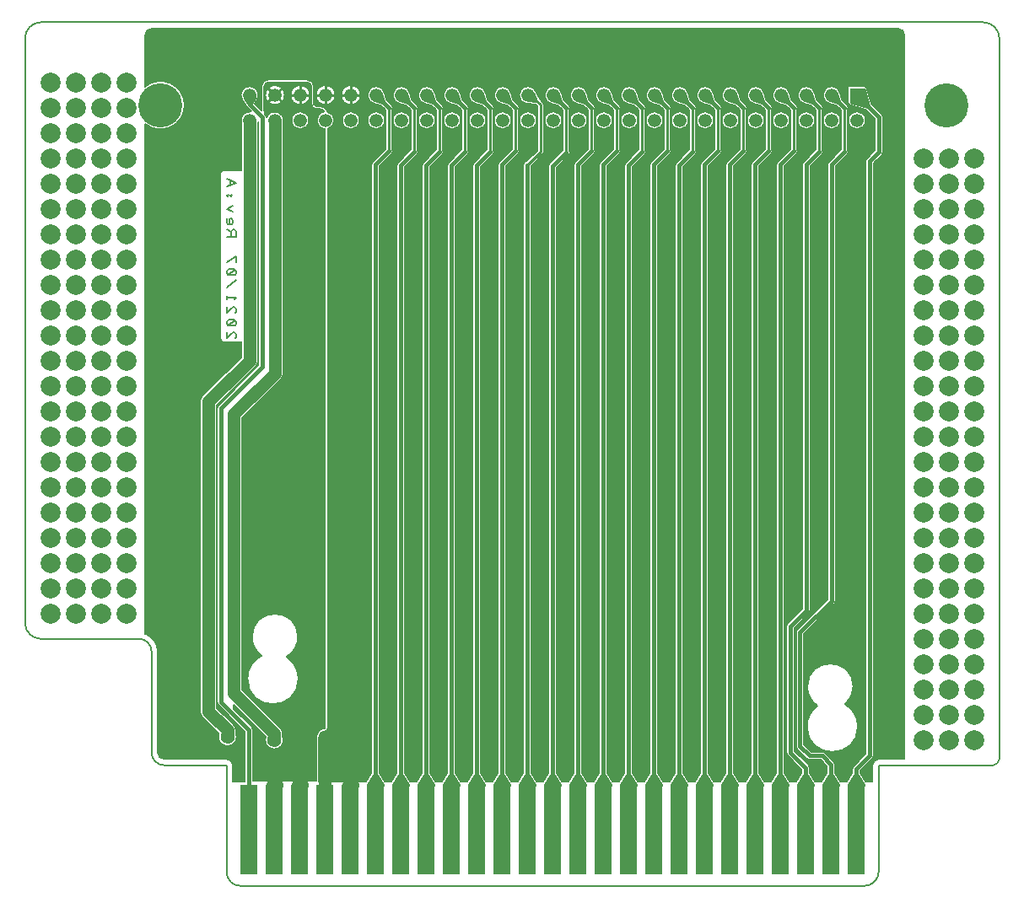
<source format=gbr>
G04 DesignSpark PCB PRO Gerber Version 10.0 Build 5299*
G04 #@! TF.Part,Single*
G04 #@! TF.FileFunction,Copper,L2,Bot*
G04 #@! TF.FilePolarity,Positive*
%FSLAX35Y35*%
%MOIN*%
G04 #@! TA.AperFunction,SMDPad,CuDef*
%ADD94R,0.06693X0.35433*%
G04 #@! TA.AperFunction,ComponentPad*
%ADD120R,0.05250X0.05250*%
G04 #@! TD.AperFunction*
%ADD23C,0.00500*%
%ADD86C,0.01000*%
%ADD89C,0.01500*%
G04 #@! TA.AperFunction,ViaPad*
%ADD92C,0.03200*%
G04 #@! TD.AperFunction*
%ADD88C,0.05000*%
G04 #@! TA.AperFunction,ComponentPad*
%ADD121C,0.05250*%
G04 #@! TA.AperFunction,ViaPad*
%ADD119C,0.05600*%
G04 #@! TA.AperFunction,WasherPad*
%ADD93C,0.07874*%
G04 #@! TA.AperFunction,ComponentPad*
%ADD122C,0.17400*%
G04 #@! TD.AperFunction*
X0Y0D02*
D02*
D23*
X104985Y310815D02*
Y109244D01*
G75*
G02*
X109953Y102207I-2500J-7038D01*
G01*
Y62207D01*
G75*
G03*
X112485Y59675I2531J0D01*
G01*
X137170D01*
G75*
G02*
X139638Y57207I0J-2469D01*
G01*
Y50845D01*
X144386D01*
Y70539D01*
X133854Y81072D01*
G75*
G02*
X133382Y82207I1131J1135D01*
G01*
Y198457D01*
G75*
G02*
X133854Y199592I1602J0D01*
G01*
X149632Y215370D01*
Y311465D01*
G75*
G02*
X149587Y311282I-3398J741D01*
G01*
Y217207D01*
G75*
G02*
X148602Y214833I-3352J0D01*
G01*
X133337Y199568D01*
Y79845D01*
X139852Y73330D01*
G75*
G02*
X140837Y70957I-2368J-2373D01*
G01*
Y69911D01*
G75*
G02*
X141139Y68457I-3353J-1455D01*
G01*
G75*
G02*
X133830I-3654J0D01*
G01*
G75*
G02*
X134036Y69665I3654J0D01*
G01*
X127617Y76083D01*
G75*
G02*
X126632Y78457I2368J2373D01*
G01*
Y200957D01*
G75*
G02*
X127617Y203330I3352J0D01*
G01*
X142882Y218595D01*
Y224522D01*
G75*
G02*
X142485Y224457I-398J1185D01*
G01*
X135985D01*
G75*
G02*
X134735Y225707I0J1250D01*
G01*
Y291207D01*
G75*
G02*
X135985Y292457I1250J0D01*
G01*
X142485D01*
G75*
G02*
X142882Y292392I0J-1250D01*
G01*
Y311282D01*
G75*
G02*
X146785Y315641I3352J925D01*
G01*
X145111Y317314D01*
G75*
G02*
X144847Y317656I1124J1143D01*
G01*
X143246Y320428D01*
G75*
G02*
X146235Y325684I2989J1778D01*
G01*
G75*
G02*
X149223Y320428I-1J-3478D01*
G01*
X148237Y318720D01*
X150957Y316001D01*
Y325635D01*
G75*
G02*
X153630Y328309I2673J0D01*
G01*
X168860D01*
G75*
G02*
X171758Y325413I0J-2897D01*
G01*
Y318548D01*
G75*
G03*
X172528Y317778I770J0D01*
G01*
X174024D01*
G75*
G02*
X176730Y316193I1J-3099D01*
G01*
G75*
G02*
X176871Y315653I-961J-540D01*
G01*
G75*
G02*
X176870Y315626I-1104J2D01*
G01*
G75*
G02*
X177119Y308844I-636J-3419D01*
G01*
G75*
G02*
X177124Y308736I-1100J-106D01*
G01*
Y71809D01*
G75*
G02*
X176021Y70706I-1103J0D01*
G01*
G75*
G03*
X174436Y70053I0J-2248D01*
G01*
G75*
G02*
X174431Y70047I-1256J1161D01*
G01*
X174398Y70014D01*
G75*
G02*
X174393Y70009I-698J746D01*
G01*
G75*
G03*
X173739Y68424I1594J-1585D01*
G01*
Y50957D01*
G75*
G02*
X173733Y50845I-1103J-2D01*
G01*
X192415D01*
X194386Y54259D01*
Y294707D01*
G75*
G02*
X194857Y295842I1602J0D01*
G01*
X199882Y300867D01*
Y316293D01*
X198056Y318119D01*
X195392Y318833D01*
G75*
G02*
X196235Y325684I843J3374D01*
G01*
G75*
G02*
X199609Y323049I0J-3478D01*
G01*
X200322Y320385D01*
X202368Y318340D01*
G75*
G02*
X202587Y316347I-1133J-1133D01*
G01*
Y300812D01*
G75*
G02*
X202368Y298820I-1352J-859D01*
G01*
X197591Y294043D01*
Y54259D01*
X199562Y50845D01*
X202415D01*
X204386Y54259D01*
Y294461D01*
G75*
G02*
X204857Y295596I1602J0D01*
G01*
X209882Y300620D01*
Y316293D01*
X208056Y318119D01*
X205392Y318833D01*
G75*
G02*
X206235Y325684I843J3374D01*
G01*
G75*
G02*
X209609Y323049I0J-3478D01*
G01*
X210322Y320385D01*
X212368Y318340D01*
G75*
G02*
X212587Y316347I-1133J-1133D01*
G01*
Y300566D01*
G75*
G02*
X212368Y298574I-1352J-859D01*
G01*
X207591Y293797D01*
Y54259D01*
X209562Y50845D01*
X212415D01*
X214386Y54259D01*
Y294461D01*
G75*
G02*
X214857Y295596I1602J0D01*
G01*
X219882Y300620D01*
Y316293D01*
X218056Y318119D01*
X215392Y318833D01*
G75*
G02*
X216235Y325684I843J3374D01*
G01*
G75*
G02*
X219609Y323049I0J-3478D01*
G01*
X220322Y320385D01*
X222368Y318340D01*
G75*
G02*
X222587Y316347I-1133J-1133D01*
G01*
Y300566D01*
G75*
G02*
X222368Y298574I-1352J-859D01*
G01*
X217591Y293797D01*
Y54259D01*
X219562Y50845D01*
X222415D01*
X224386Y54259D01*
Y294461D01*
G75*
G02*
X224857Y295596I1602J0D01*
G01*
X229882Y300620D01*
Y316293D01*
X228056Y318119D01*
X225392Y318833D01*
G75*
G02*
X226235Y325684I843J3374D01*
G01*
G75*
G02*
X229609Y323049I0J-3478D01*
G01*
X230322Y320385D01*
X232368Y318340D01*
G75*
G02*
X232587Y316347I-1133J-1133D01*
G01*
Y300566D01*
G75*
G02*
X232368Y298574I-1352J-859D01*
G01*
X227591Y293797D01*
Y54259D01*
X229562Y50845D01*
X232415D01*
X234386Y54259D01*
Y294461D01*
G75*
G02*
X234857Y295596I1602J0D01*
G01*
X239882Y300620D01*
Y316293D01*
X238056Y318119D01*
X235392Y318833D01*
G75*
G02*
X236235Y325684I843J3374D01*
G01*
G75*
G02*
X239609Y323049I0J-3478D01*
G01*
X240322Y320385D01*
X242368Y318340D01*
G75*
G02*
X242587Y316347I-1133J-1133D01*
G01*
Y300566D01*
G75*
G02*
X242368Y298574I-1352J-859D01*
G01*
X237591Y293797D01*
Y54259D01*
X239562Y50845D01*
X242415D01*
X244386Y54259D01*
Y294707D01*
G75*
G02*
X244857Y295842I1602J0D01*
G01*
X249882Y300867D01*
Y316293D01*
X248056Y318119D01*
X245392Y318833D01*
G75*
G02*
X246235Y325684I843J3374D01*
G01*
G75*
G02*
X249609Y323049I0J-3478D01*
G01*
X250322Y320385D01*
X252368Y318340D01*
G75*
G02*
X252587Y316347I-1133J-1133D01*
G01*
Y300812D01*
G75*
G02*
X252368Y298820I-1352J-859D01*
G01*
X247591Y294043D01*
Y54259D01*
X249562Y50845D01*
X252415D01*
X254386Y54259D01*
Y294558D01*
G75*
G02*
X255640Y296122I1602J0D01*
G01*
X259786Y300267D01*
Y317896D01*
X259163Y318519D01*
X256051Y318734D01*
G75*
G02*
X256235Y325684I184J3473D01*
G01*
G75*
G02*
X259382Y323685I0J-3478D01*
G01*
X260876Y320631D01*
X262094Y319413D01*
G75*
G02*
X262491Y318457I-956J-956D01*
G01*
Y299707D01*
G75*
G02*
X262094Y298750I-1352J0D01*
G01*
X257591Y294248D01*
Y54259D01*
X259562Y50845D01*
X262415D01*
X264386Y54259D01*
Y294215D01*
G75*
G02*
X264857Y295350I1602J0D01*
G01*
X269882Y300374D01*
Y316293D01*
X268056Y318119D01*
X265392Y318833D01*
G75*
G02*
X266235Y325684I843J3374D01*
G01*
G75*
G02*
X269609Y323049I0J-3478D01*
G01*
X270322Y320385D01*
X272368Y318340D01*
G75*
G02*
X272587Y316347I-1133J-1133D01*
G01*
Y300320D01*
G75*
G02*
X272368Y298328I-1352J-859D01*
G01*
X267591Y293551D01*
Y54259D01*
X269562Y50845D01*
X272415D01*
X274386Y54259D01*
Y294707D01*
G75*
G02*
X274857Y295842I1602J0D01*
G01*
X279882Y300867D01*
Y316293D01*
X278056Y318119D01*
X275392Y318833D01*
G75*
G02*
X276235Y325684I843J3374D01*
G01*
G75*
G02*
X279609Y323049I0J-3478D01*
G01*
X280322Y320385D01*
X282368Y318340D01*
G75*
G02*
X282587Y316347I-1133J-1133D01*
G01*
Y300812D01*
G75*
G02*
X282368Y298820I-1352J-859D01*
G01*
X277591Y294043D01*
Y54259D01*
X279562Y50845D01*
X282415D01*
X284386Y54259D01*
Y294707D01*
G75*
G02*
X284857Y295842I1602J0D01*
G01*
X289882Y300867D01*
Y316293D01*
X288056Y318119D01*
X285392Y318833D01*
G75*
G02*
X286235Y325684I843J3374D01*
G01*
G75*
G02*
X289609Y323049I0J-3478D01*
G01*
X290322Y320385D01*
X292368Y318340D01*
G75*
G02*
X292587Y316347I-1133J-1133D01*
G01*
Y300812D01*
G75*
G02*
X292368Y298820I-1352J-859D01*
G01*
X287591Y294043D01*
Y54259D01*
X289562Y50845D01*
X292415D01*
X294386Y54259D01*
Y294461D01*
G75*
G02*
X294857Y295596I1602J0D01*
G01*
X299882Y300620D01*
Y316293D01*
X298056Y318119D01*
X295392Y318833D01*
G75*
G02*
X296235Y325684I843J3374D01*
G01*
G75*
G02*
X299609Y323049I0J-3478D01*
G01*
X300322Y320385D01*
X302368Y318340D01*
G75*
G02*
X302587Y316347I-1133J-1133D01*
G01*
Y300566D01*
G75*
G02*
X302368Y298574I-1352J-859D01*
G01*
X297591Y293797D01*
Y54259D01*
X299562Y50845D01*
X302415D01*
X304386Y54259D01*
Y294707D01*
G75*
G02*
X304857Y295842I1602J0D01*
G01*
X309882Y300867D01*
Y316293D01*
X308056Y318119D01*
X305392Y318833D01*
G75*
G02*
X306235Y325684I843J3374D01*
G01*
G75*
G02*
X309609Y323049I0J-3478D01*
G01*
X310322Y320385D01*
X312368Y318340D01*
G75*
G02*
X312587Y316347I-1133J-1133D01*
G01*
Y300812D01*
G75*
G02*
X312368Y298820I-1352J-859D01*
G01*
X307591Y294043D01*
Y54259D01*
X309562Y50845D01*
X312415D01*
X314386Y54259D01*
Y294461D01*
G75*
G02*
X314857Y295596I1602J0D01*
G01*
X319882Y300620D01*
Y316293D01*
X318056Y318119D01*
X315392Y318833D01*
G75*
G02*
X316235Y325684I843J3374D01*
G01*
G75*
G02*
X319609Y323049I0J-3478D01*
G01*
X320322Y320385D01*
X322368Y318340D01*
G75*
G02*
X322587Y316347I-1133J-1133D01*
G01*
Y300566D01*
G75*
G02*
X322368Y298574I-1352J-859D01*
G01*
X317591Y293797D01*
Y54259D01*
X319562Y50845D01*
X322415D01*
X324386Y54259D01*
Y294707D01*
G75*
G02*
X324857Y295842I1602J0D01*
G01*
X329882Y300867D01*
Y316293D01*
X328056Y318119D01*
X325392Y318833D01*
G75*
G02*
X326235Y325684I843J3374D01*
G01*
G75*
G02*
X329609Y323049I0J-3478D01*
G01*
X330322Y320385D01*
X332368Y318340D01*
G75*
G02*
X332587Y316347I-1133J-1133D01*
G01*
Y300812D01*
G75*
G02*
X332368Y298820I-1352J-859D01*
G01*
X327591Y294043D01*
Y54259D01*
X329562Y50845D01*
X332415D01*
X334386Y54259D01*
Y294707D01*
G75*
G02*
X334857Y295842I1602J0D01*
G01*
X339882Y300867D01*
Y316293D01*
X338056Y318119D01*
X335392Y318833D01*
G75*
G02*
X336235Y325684I843J3374D01*
G01*
G75*
G02*
X339609Y323049I0J-3478D01*
G01*
X340322Y320385D01*
X342368Y318340D01*
G75*
G02*
X342587Y316347I-1133J-1133D01*
G01*
Y300812D01*
G75*
G02*
X342368Y298820I-1352J-859D01*
G01*
X337591Y294043D01*
Y54259D01*
X339562Y50845D01*
X342415D01*
X344386Y54259D01*
Y294707D01*
G75*
G02*
X344857Y295842I1602J0D01*
G01*
X349882Y300867D01*
Y316293D01*
X348056Y318119D01*
X345392Y318833D01*
G75*
G02*
X346235Y325684I843J3374D01*
G01*
G75*
G02*
X349609Y323049I0J-3478D01*
G01*
X350322Y320385D01*
X352368Y318340D01*
G75*
G02*
X352587Y316347I-1133J-1133D01*
G01*
Y300812D01*
G75*
G02*
X352368Y298820I-1352J-859D01*
G01*
X347591Y294043D01*
Y54259D01*
X349562Y50845D01*
X352415D01*
X354386Y54259D01*
Y294707D01*
G75*
G02*
X354857Y295842I1602J0D01*
G01*
X359882Y300867D01*
Y316293D01*
X358056Y318119D01*
X355392Y318833D01*
G75*
G02*
X356235Y325684I843J3374D01*
G01*
G75*
G02*
X359609Y323049I0J-3478D01*
G01*
X360322Y320385D01*
X362368Y318340D01*
G75*
G02*
X362587Y316347I-1133J-1133D01*
G01*
Y300812D01*
G75*
G02*
X362368Y298820I-1352J-859D01*
G01*
X357591Y294043D01*
Y54259D01*
X359562Y50845D01*
X362415D01*
X364386Y54259D01*
Y55539D01*
X358854Y61072D01*
G75*
G02*
X358382Y62207I1131J1135D01*
G01*
Y112207D01*
G75*
G02*
X358854Y113342I1602J0D01*
G01*
X364632Y119120D01*
Y294707D01*
G75*
G02*
X365104Y295842I1602J0D01*
G01*
X369882Y300620D01*
Y316293D01*
X368056Y318119D01*
X365392Y318833D01*
G75*
G02*
X366235Y325684I843J3374D01*
G01*
G75*
G02*
X369609Y323049I0J-3478D01*
G01*
X370322Y320385D01*
X372368Y318340D01*
G75*
G02*
X372587Y316347I-1133J-1133D01*
G01*
Y300566D01*
G75*
G02*
X372368Y298574I-1352J-859D01*
G01*
X367837Y294043D01*
Y118457D01*
G75*
G02*
X367366Y117322I-1602J0D01*
G01*
X361587Y111543D01*
Y62870D01*
X367120Y57338D01*
G75*
G02*
X367591Y56203I-1131J-1135D01*
G01*
Y54259D01*
X369562Y50845D01*
X372415D01*
X374386Y54259D01*
Y56789D01*
X371821Y59354D01*
X367488D01*
G75*
G02*
X366352Y59824I-3J1602D01*
G01*
X362602Y63574D01*
G75*
G02*
X362132Y64707I1133J1133D01*
G01*
G75*
G02*
Y64710I621J2D01*
G01*
Y109707D01*
G75*
G02*
X362604Y110842I1602J0D01*
G01*
X374632Y122870D01*
Y294707D01*
G75*
G02*
X375104Y295842I1602J0D01*
G01*
X379882Y300620D01*
Y316293D01*
X378056Y318119D01*
X375392Y318833D01*
G75*
G02*
X376235Y325684I843J3374D01*
G01*
G75*
G02*
X379609Y323049I0J-3478D01*
G01*
X380322Y320385D01*
X382368Y318340D01*
G75*
G02*
X382587Y316347I-1133J-1133D01*
G01*
Y300566D01*
G75*
G02*
X382368Y298574I-1352J-859D01*
G01*
X377837Y294043D01*
Y122207D01*
G75*
G02*
X377366Y121072I-1602J0D01*
G01*
X365337Y109043D01*
Y65370D01*
X368148Y62559D01*
X372485D01*
G75*
G02*
X373620Y62088I0J-1602D01*
G01*
X377120Y58588D01*
G75*
G02*
X377591Y57453I-1131J-1135D01*
G01*
Y54259D01*
X379562Y50845D01*
X382415D01*
X384386Y54259D01*
Y55711D01*
G75*
G02*
X384857Y56846I1602J0D01*
G01*
X389632Y61620D01*
Y295954D01*
G75*
G02*
Y295956I621J1D01*
G01*
G75*
G02*
Y295957I627J0D01*
G01*
G75*
G02*
X390102Y297090I1602J0D01*
G01*
X393382Y300370D01*
Y312793D01*
X389676Y316499D01*
X383945Y318034D01*
G75*
G02*
X383003Y318729I415J1548D01*
G01*
X382757D01*
Y325684D01*
X389712D01*
Y325439D01*
G75*
G02*
X390407Y324496I-853J-1357D01*
G01*
X391943Y318764D01*
X396116Y314592D01*
G75*
G02*
X396587Y313457I-1131J-1135D01*
G01*
Y299710D01*
G75*
G02*
Y299707I-621J-1D01*
G01*
G75*
G02*
X396118Y298574I-1602J-1D01*
G01*
X392837Y295293D01*
Y60957D01*
G75*
G02*
X392366Y59822I-1602J0D01*
G01*
X387591Y55047D01*
Y54259D01*
X389562Y50845D01*
X392339D01*
Y57207D01*
G75*
G02*
X394807Y59675I2469J0D01*
G01*
X404985D01*
Y345957D01*
G75*
G03*
X402485Y348457I-2500J0D01*
G01*
X107562D01*
G75*
G03*
X104985Y345880I0J-2577D01*
G01*
Y325599D01*
G75*
G02*
X120587Y318207I6050J-7392D01*
G01*
G75*
G02*
X104985Y310815I-9552J0D01*
G01*
X172359Y322207D02*
G75*
G02*
X180110I3875J0D01*
G01*
G75*
G02*
X172359I-3875J0D01*
G01*
X182359D02*
G75*
G02*
X190110I3875J0D01*
G01*
G75*
G02*
X182359I-3875J0D01*
G01*
X182757Y312207D02*
G75*
G02*
X189712I3478J0D01*
G01*
G75*
G02*
X182757I-3478J0D01*
G01*
X192757D02*
G75*
G02*
X199712I3478J0D01*
G01*
G75*
G02*
X192757I-3478J0D01*
G01*
X262757D02*
G75*
G02*
X269712I3478J0D01*
G01*
G75*
G02*
X262757I-3478J0D01*
G01*
X202757D02*
G75*
G02*
X209712I3478J0D01*
G01*
G75*
G02*
X202757I-3478J0D01*
G01*
X212757D02*
G75*
G02*
X219712I3478J0D01*
G01*
G75*
G02*
X212757I-3478J0D01*
G01*
X222757D02*
G75*
G02*
X229712I3478J0D01*
G01*
G75*
G02*
X222757I-3478J0D01*
G01*
X232757D02*
G75*
G02*
X239712I3478J0D01*
G01*
G75*
G02*
X232757I-3478J0D01*
G01*
X242757D02*
G75*
G02*
X249712I3478J0D01*
G01*
G75*
G02*
X242757I-3478J0D01*
G01*
X252757D02*
G75*
G02*
X259712I3478J0D01*
G01*
G75*
G02*
X252757I-3478J0D01*
G01*
X272757D02*
G75*
G02*
X279712I3478J0D01*
G01*
G75*
G02*
X272757I-3478J0D01*
G01*
X282757D02*
G75*
G02*
X289712I3478J0D01*
G01*
G75*
G02*
X282757I-3478J0D01*
G01*
X292757D02*
G75*
G02*
X299712I3478J0D01*
G01*
G75*
G02*
X292757I-3478J0D01*
G01*
X302757D02*
G75*
G02*
X309712I3478J0D01*
G01*
G75*
G02*
X302757I-3478J0D01*
G01*
X312757D02*
G75*
G02*
X319712I3478J0D01*
G01*
G75*
G02*
X312757I-3478J0D01*
G01*
X322757D02*
G75*
G02*
X329712I3478J0D01*
G01*
G75*
G02*
X322757I-3478J0D01*
G01*
X332757D02*
G75*
G02*
X339712I3478J0D01*
G01*
G75*
G02*
X332757I-3478J0D01*
G01*
X342757D02*
G75*
G02*
X349712I3478J0D01*
G01*
G75*
G02*
X342757I-3478J0D01*
G01*
X352757D02*
G75*
G02*
X359712I3478J0D01*
G01*
G75*
G02*
X352757I-3478J0D01*
G01*
X362757D02*
G75*
G02*
X369712I3478J0D01*
G01*
G75*
G02*
X362757I-3478J0D01*
G01*
X372757D02*
G75*
G02*
X379712I3478J0D01*
G01*
G75*
G02*
X372757I-3478J0D01*
G01*
X382757D02*
G75*
G02*
X389712I3478J0D01*
G01*
G75*
G02*
X382757I-3478J0D01*
G01*
X381574Y81322D02*
G75*
G02*
X386644Y72561I-5035J-8761D01*
G01*
G75*
G02*
X366435I-10104J0D01*
G01*
G75*
G02*
X370616Y80746I10104J0D01*
G01*
G75*
G02*
X366593Y88309I5098J7563D01*
G01*
G75*
G02*
X384833I9120J0D01*
G01*
G75*
G02*
X381574Y81322I-9120J0D01*
G01*
X109953Y62207D02*
G36*
X109953Y62207D02*
Y62206D01*
G75*
G03*
X112485Y59675I2531J0D01*
G01*
X137170D01*
G75*
G02*
X139638Y57207I0J-2468D01*
G01*
Y51095D01*
X144386D01*
Y70539D01*
X134982Y79943D01*
X133337D01*
Y79845D01*
X139852Y73330D01*
G75*
G02*
X140837Y70957I-2368J-2373D01*
G01*
Y69911D01*
G75*
G02*
X141139Y68457I-3357J-1456D01*
G01*
G75*
G02*
X133830I-3654J0D01*
G01*
G75*
G02*
Y68459I3759J1D01*
G01*
G75*
G02*
X134036Y69665I3641J0D01*
G01*
X127617Y76083D01*
G75*
G02*
X126632Y78457I2368J2373D01*
G01*
Y79943D01*
X109953D01*
Y62207D01*
G37*
X173739Y68424D02*
G36*
X173739Y68424D02*
Y51095D01*
X192559D01*
X194386Y54259D01*
Y79943D01*
X177124D01*
Y71809D01*
G75*
G02*
X176021Y70706I-1103J0D01*
G01*
G75*
G03*
X174436Y70053I0J-2248D01*
G01*
G75*
G02*
X174431Y70047I-39J31D01*
G01*
X174398Y70014D01*
G75*
G02*
X174393Y70009I-36J33D01*
G01*
G75*
G03*
X173739Y68425I1593J-1584D01*
G01*
Y68424D01*
G37*
X197591Y79943D02*
G36*
X197591Y79943D02*
Y54259D01*
X199418Y51095D01*
X202559D01*
X204386Y54259D01*
Y79943D01*
X197591D01*
G37*
X207591D02*
G36*
X207591Y79943D02*
Y54259D01*
X209418Y51095D01*
X212559D01*
X214386Y54259D01*
Y79943D01*
X207591D01*
G37*
X217591D02*
G36*
X217591Y79943D02*
Y54259D01*
X219418Y51095D01*
X222559D01*
X224386Y54259D01*
Y79943D01*
X217591D01*
G37*
X227591D02*
G36*
X227591Y79943D02*
Y54259D01*
X229418Y51095D01*
X232559D01*
X234386Y54259D01*
Y79943D01*
X227591D01*
G37*
X237591D02*
G36*
X237591Y79943D02*
Y54259D01*
X239418Y51095D01*
X242559D01*
X244386Y54259D01*
Y79943D01*
X237591D01*
G37*
X247591D02*
G36*
X247591Y79943D02*
Y54259D01*
X249418Y51095D01*
X252559D01*
X254386Y54259D01*
Y79943D01*
X247591D01*
G37*
X257591D02*
G36*
X257591Y79943D02*
Y54259D01*
X259418Y51095D01*
X262559D01*
X264386Y54259D01*
Y79943D01*
X257591D01*
G37*
X267591D02*
G36*
X267591Y79943D02*
Y54259D01*
X269418Y51095D01*
X272559D01*
X274386Y54259D01*
Y79943D01*
X267591D01*
G37*
X277591D02*
G36*
X277591Y79943D02*
Y54259D01*
X279418Y51095D01*
X282559D01*
X284386Y54259D01*
Y79943D01*
X277591D01*
G37*
X287591D02*
G36*
X287591Y79943D02*
Y54259D01*
X289418Y51095D01*
X292559D01*
X294386Y54259D01*
Y79943D01*
X287591D01*
G37*
X297591D02*
G36*
X297591Y79943D02*
Y54259D01*
X299418Y51095D01*
X302559D01*
X304386Y54259D01*
Y79943D01*
X297591D01*
G37*
X307591D02*
G36*
X307591Y79943D02*
Y54259D01*
X309418Y51095D01*
X312559D01*
X314386Y54259D01*
Y79943D01*
X307591D01*
G37*
X317591D02*
G36*
X317591Y79943D02*
Y54259D01*
X319418Y51095D01*
X322559D01*
X324386Y54259D01*
Y79943D01*
X317591D01*
G37*
X327591D02*
G36*
X327591Y79943D02*
Y54259D01*
X329418Y51095D01*
X332559D01*
X334386Y54259D01*
Y79943D01*
X327591D01*
G37*
X337591D02*
G36*
X337591Y79943D02*
Y54259D01*
X339418Y51095D01*
X342559D01*
X344386Y54259D01*
Y79943D01*
X337591D01*
G37*
X347591D02*
G36*
X347591Y79943D02*
Y54259D01*
X349418Y51095D01*
X352559D01*
X354386Y54259D01*
Y79943D01*
X347591D01*
G37*
X357591D02*
G36*
X357591Y79943D02*
Y54259D01*
X359418Y51095D01*
X362559D01*
X364386Y54259D01*
Y55539D01*
X358854Y61072D01*
G75*
G02*
X358382Y62206I1130J1135D01*
G01*
Y62207D01*
Y79943D01*
X357591D01*
G37*
X361587D02*
G36*
X361587Y79943D02*
Y62870D01*
X367120Y57338D01*
G75*
G02*
X367591Y56203I-1130J-1135D01*
G01*
Y56203D01*
Y54259D01*
X369418Y51095D01*
X372559D01*
X374386Y54259D01*
Y56789D01*
X371821Y59354D01*
X367488D01*
G75*
G02*
X366352Y59824I-4J1601D01*
G01*
X362602Y63574D01*
G75*
G02*
X362132Y64707I1133J1133D01*
G01*
Y64707D01*
Y64710D01*
Y79943D01*
X361587D01*
G37*
X365337D02*
G36*
X365337Y79943D02*
Y65370D01*
X368148Y62559D01*
X372485D01*
G75*
G02*
X373620Y62088I0J-1602D01*
G01*
X377120Y58588D01*
G75*
G02*
X377591Y57453I-1130J-1135D01*
G01*
Y57453D01*
Y54259D01*
X379418Y51095D01*
X382559D01*
X384386Y54259D01*
Y55711D01*
Y55711D01*
G75*
G02*
X384857Y56846I1602J0D01*
G01*
X389632Y61620D01*
Y79943D01*
X383439D01*
G75*
G02*
X386644Y72562I-6898J-7381D01*
G01*
G75*
G02*
Y72561I-15038J0D01*
G01*
G75*
G02*
X366435I-10104J0D01*
G01*
G75*
G02*
X369640Y79943I10105J0D01*
G01*
X365337D01*
G37*
X387591Y55047D02*
G36*
X387591Y55047D02*
Y54259D01*
X389418Y51095D01*
X392339D01*
Y57207D01*
G75*
G02*
X394807Y59675I2469J1D01*
G01*
X404735D01*
Y79943D01*
X392837D01*
Y60957D01*
Y60956D01*
G75*
G02*
X392366Y59822I-1602J0D01*
G01*
X387591Y55047D01*
G37*
X105235Y310617D02*
G36*
X105235Y310617D02*
Y109151D01*
G75*
G02*
X109953Y102207I-2750J-6944D01*
G01*
Y79943D01*
X126632D01*
Y200957D01*
G75*
G02*
X127617Y203330I3352J0D01*
G01*
X142882Y218595D01*
Y224522D01*
G75*
G02*
X142485Y224457I-400J1197D01*
G01*
X135985D01*
G75*
G02*
X134735Y225707I0J1250D01*
G01*
Y291207D01*
G75*
G02*
X135985Y292457I1250J0D01*
G01*
X142485D01*
G75*
G02*
X142882Y292392I-2J-1262D01*
G01*
Y311282D01*
G75*
G02*
X142757Y312207I3352J925D01*
G01*
X118467D01*
G75*
G02*
X105235Y310617I-7433J6000D01*
G01*
G37*
X133337Y199568D02*
G36*
X133337Y199568D02*
Y79943D01*
X134982D01*
X133854Y81072D01*
G75*
G02*
X133382Y82206I1130J1135D01*
G01*
Y82207D01*
Y198457D01*
Y198457D01*
G75*
G02*
X133854Y199592I1602J0D01*
G01*
X149632Y215370D01*
Y311465D01*
G75*
G02*
X149587Y311282I-3048J655D01*
G01*
Y217207D01*
G75*
G02*
X148602Y214833I-3352J0D01*
G01*
X133337Y199568D01*
G37*
X177124Y308736D02*
G36*
X177124Y308736D02*
Y79943D01*
X194386D01*
Y294707D01*
Y294707D01*
G75*
G02*
X194857Y295842I1602J0D01*
G01*
X199882Y300867D01*
Y312207D01*
X199712D01*
G75*
G02*
X192757I-3478J0D01*
G01*
X189712D01*
G75*
G02*
X182757I-3478J0D01*
G01*
X179712D01*
G75*
G02*
X177119Y308844I-3478J0D01*
G01*
G75*
G02*
X177124Y308740I-1053J-104D01*
G01*
G75*
G02*
Y308736I-1111J-2D01*
G01*
G37*
X197591Y294043D02*
G36*
X197591Y294043D02*
Y79943D01*
X204386D01*
Y294461D01*
Y294461D01*
G75*
G02*
X204857Y295596I1602J0D01*
G01*
X209882Y300620D01*
Y312207D01*
X209712D01*
G75*
G02*
X202757I-3478J0D01*
G01*
X202587D01*
Y300812D01*
G75*
G02*
X202837Y299953I-1352J-859D01*
G01*
G75*
G02*
X202368Y298820I-1602J0D01*
G01*
X197591Y294043D01*
G37*
X207591Y293797D02*
G36*
X207591Y293797D02*
Y79943D01*
X214386D01*
Y294461D01*
Y294461D01*
G75*
G02*
X214857Y295596I1602J0D01*
G01*
X219882Y300620D01*
Y312207D01*
X219712D01*
G75*
G02*
X212757I-3478J0D01*
G01*
X212587D01*
Y300566D01*
G75*
G02*
X212837Y299707I-1352J-859D01*
G01*
G75*
G02*
X212368Y298574I-1602J0D01*
G01*
X207591Y293797D01*
G37*
X217591D02*
G36*
X217591Y293797D02*
Y79943D01*
X224386D01*
Y294461D01*
Y294461D01*
G75*
G02*
X224857Y295596I1602J0D01*
G01*
X229882Y300620D01*
Y312207D01*
X229712D01*
G75*
G02*
X222757I-3478J0D01*
G01*
X222587D01*
Y300566D01*
G75*
G02*
X222837Y299707I-1352J-859D01*
G01*
G75*
G02*
X222368Y298574I-1602J0D01*
G01*
X217591Y293797D01*
G37*
X227591D02*
G36*
X227591Y293797D02*
Y79943D01*
X234386D01*
Y294461D01*
Y294461D01*
G75*
G02*
X234857Y295596I1602J0D01*
G01*
X239882Y300620D01*
Y312207D01*
X239712D01*
G75*
G02*
X232757I-3478J0D01*
G01*
X232587D01*
Y300566D01*
G75*
G02*
X232837Y299707I-1352J-859D01*
G01*
G75*
G02*
X232368Y298574I-1602J0D01*
G01*
X227591Y293797D01*
G37*
X237591D02*
G36*
X237591Y293797D02*
Y79943D01*
X244386D01*
Y294707D01*
Y294707D01*
G75*
G02*
X244857Y295842I1602J0D01*
G01*
X249882Y300867D01*
Y312207D01*
X249712D01*
G75*
G02*
X242757I-3478J0D01*
G01*
X242587D01*
Y300566D01*
G75*
G02*
X242837Y299707I-1352J-859D01*
G01*
G75*
G02*
X242368Y298574I-1602J0D01*
G01*
X237591Y293797D01*
G37*
X247591Y294043D02*
G36*
X247591Y294043D02*
Y79943D01*
X254386D01*
Y294558D01*
Y294558D01*
G75*
G02*
X255640Y296122I1602J0D01*
G01*
X259786Y300267D01*
Y312207D01*
X259712D01*
G75*
G02*
X252757I-3478J0D01*
G01*
X252587D01*
Y300812D01*
G75*
G02*
X252837Y299953I-1352J-859D01*
G01*
G75*
G02*
X252368Y298820I-1602J0D01*
G01*
X247591Y294043D01*
G37*
X257591Y294248D02*
G36*
X257591Y294248D02*
Y79943D01*
X264386D01*
Y294215D01*
Y294215D01*
G75*
G02*
X264857Y295350I1602J0D01*
G01*
X269882Y300374D01*
Y312207D01*
X269712D01*
G75*
G02*
X262757I-3478J0D01*
G01*
X262491D01*
Y299707D01*
G75*
G02*
Y299706I-1381J0D01*
G01*
G75*
G02*
X262094Y298750I-1350J0D01*
G01*
X257591Y294248D01*
G37*
X267591Y293551D02*
G36*
X267591Y293551D02*
Y79943D01*
X274386D01*
Y294707D01*
Y294707D01*
G75*
G02*
X274857Y295842I1602J0D01*
G01*
X279882Y300867D01*
Y312207D01*
X279712D01*
G75*
G02*
X272757I-3478J0D01*
G01*
X272587D01*
Y300320D01*
G75*
G02*
X272837Y299461I-1352J-859D01*
G01*
G75*
G02*
X272368Y298328I-1602J0D01*
G01*
X267591Y293551D01*
G37*
X277591Y294043D02*
G36*
X277591Y294043D02*
Y79943D01*
X284386D01*
Y294707D01*
Y294707D01*
G75*
G02*
X284857Y295842I1602J0D01*
G01*
X289882Y300867D01*
Y312207D01*
X289712D01*
G75*
G02*
X282757I-3478J0D01*
G01*
X282587D01*
Y300812D01*
G75*
G02*
X282837Y299953I-1352J-859D01*
G01*
G75*
G02*
X282368Y298820I-1602J0D01*
G01*
X277591Y294043D01*
G37*
X287591D02*
G36*
X287591Y294043D02*
Y79943D01*
X294386D01*
Y294461D01*
Y294461D01*
G75*
G02*
X294857Y295596I1602J0D01*
G01*
X299882Y300620D01*
Y312207D01*
X299712D01*
G75*
G02*
X292757I-3478J0D01*
G01*
X292587D01*
Y300812D01*
G75*
G02*
X292837Y299953I-1352J-859D01*
G01*
G75*
G02*
X292368Y298820I-1602J0D01*
G01*
X287591Y294043D01*
G37*
X297591Y293797D02*
G36*
X297591Y293797D02*
Y79943D01*
X304386D01*
Y294707D01*
Y294707D01*
G75*
G02*
X304857Y295842I1602J0D01*
G01*
X309882Y300867D01*
Y312207D01*
X309712D01*
G75*
G02*
X302757I-3478J0D01*
G01*
X302587D01*
Y300566D01*
G75*
G02*
X302837Y299707I-1352J-859D01*
G01*
G75*
G02*
X302368Y298574I-1602J0D01*
G01*
X297591Y293797D01*
G37*
X307591Y294043D02*
G36*
X307591Y294043D02*
Y79943D01*
X314386D01*
Y294461D01*
Y294461D01*
G75*
G02*
X314857Y295596I1602J0D01*
G01*
X319882Y300620D01*
Y312207D01*
X319712D01*
G75*
G02*
X312757I-3478J0D01*
G01*
X312587D01*
Y300812D01*
G75*
G02*
X312837Y299953I-1352J-859D01*
G01*
G75*
G02*
X312368Y298820I-1602J0D01*
G01*
X307591Y294043D01*
G37*
X317591Y293797D02*
G36*
X317591Y293797D02*
Y79943D01*
X324386D01*
Y294707D01*
Y294707D01*
G75*
G02*
X324857Y295842I1602J0D01*
G01*
X329882Y300867D01*
Y312207D01*
X329712D01*
G75*
G02*
X322757I-3478J0D01*
G01*
X322587D01*
Y300566D01*
G75*
G02*
X322837Y299707I-1352J-859D01*
G01*
G75*
G02*
X322368Y298574I-1602J0D01*
G01*
X317591Y293797D01*
G37*
X327591Y294043D02*
G36*
X327591Y294043D02*
Y79943D01*
X334386D01*
Y294707D01*
Y294707D01*
G75*
G02*
X334857Y295842I1602J0D01*
G01*
X339882Y300867D01*
Y312207D01*
X339712D01*
G75*
G02*
X332757I-3478J0D01*
G01*
X332587D01*
Y300812D01*
G75*
G02*
X332837Y299953I-1352J-859D01*
G01*
G75*
G02*
X332368Y298820I-1602J0D01*
G01*
X327591Y294043D01*
G37*
X337591D02*
G36*
X337591Y294043D02*
Y79943D01*
X344386D01*
Y294707D01*
Y294707D01*
G75*
G02*
X344857Y295842I1602J0D01*
G01*
X349882Y300867D01*
Y312207D01*
X349712D01*
G75*
G02*
X342757I-3478J0D01*
G01*
X342587D01*
Y300812D01*
G75*
G02*
X342837Y299953I-1352J-859D01*
G01*
G75*
G02*
X342368Y298820I-1602J0D01*
G01*
X337591Y294043D01*
G37*
X347591D02*
G36*
X347591Y294043D02*
Y79943D01*
X354386D01*
Y294707D01*
Y294707D01*
G75*
G02*
X354857Y295842I1602J0D01*
G01*
X359882Y300867D01*
Y312207D01*
X359712D01*
G75*
G02*
X352757I-3478J0D01*
G01*
X352587D01*
Y300812D01*
G75*
G02*
X352837Y299953I-1352J-859D01*
G01*
G75*
G02*
X352368Y298820I-1602J0D01*
G01*
X347591Y294043D01*
G37*
X357591D02*
G36*
X357591Y294043D02*
Y79943D01*
X358382D01*
Y112207D01*
Y112207D01*
G75*
G02*
X358854Y113342I1602J0D01*
G01*
X364632Y119120D01*
Y294707D01*
Y294707D01*
G75*
G02*
X365104Y295842I1602J0D01*
G01*
X369882Y300620D01*
Y312207D01*
X369712D01*
G75*
G02*
X362757I-3478J0D01*
G01*
X362587D01*
Y300812D01*
G75*
G02*
X362837Y299953I-1352J-859D01*
G01*
G75*
G02*
X362368Y298820I-1602J0D01*
G01*
X357591Y294043D01*
G37*
X361587Y111543D02*
G36*
X361587Y111543D02*
Y79943D01*
X362132D01*
Y109707D01*
Y109707D01*
G75*
G02*
X362604Y110842I1602J0D01*
G01*
X374632Y122870D01*
Y294707D01*
Y294707D01*
G75*
G02*
X375104Y295842I1602J0D01*
G01*
X379882Y300620D01*
Y312207D01*
X379712D01*
G75*
G02*
X372757I-3478J0D01*
G01*
X372587D01*
Y300566D01*
G75*
G02*
X372837Y299707I-1352J-859D01*
G01*
G75*
G02*
X372368Y298574I-1602J0D01*
G01*
X367837Y294043D01*
Y118457D01*
Y118456D01*
G75*
G02*
X367366Y117322I-1602J0D01*
G01*
X361587Y111543D01*
G37*
X365337Y109043D02*
G36*
X365337Y109043D02*
Y79943D01*
X369640D01*
G75*
G02*
X370616Y80746I6900J-7384D01*
G01*
G75*
G02*
X366593Y88309I5098J7563D01*
G01*
G75*
G02*
X384833I9120J0D01*
G01*
Y88309D01*
G75*
G02*
X381574Y81322I-9120J0D01*
G01*
G75*
G02*
X383439Y79943I-5034J-8760D01*
G01*
X389632D01*
Y295954D01*
Y295956D01*
Y295957D01*
G75*
G02*
X390102Y297090I1603J0D01*
G01*
X393382Y300370D01*
Y312207D01*
X389712D01*
G75*
G02*
X382757I-3478J0D01*
G01*
X382587D01*
Y300566D01*
G75*
G02*
X382837Y299707I-1352J-859D01*
G01*
G75*
G02*
X382368Y298574I-1602J0D01*
G01*
X377837Y294043D01*
Y122207D01*
Y122206D01*
G75*
G02*
X377366Y121072I-1602J0D01*
G01*
X365337Y109043D01*
G37*
X392837Y295293D02*
G36*
X392837Y295293D02*
Y79943D01*
X404735D01*
Y312207D01*
X396587D01*
Y299710D01*
Y299707D01*
Y299707D01*
G75*
G02*
X396118Y298574I-1603J0D01*
G01*
X392837Y295293D01*
G37*
X120587Y318207D02*
G36*
X120587Y318207D02*
G75*
G02*
X118467Y312207I-9552J0D01*
G01*
X142757D01*
G75*
G02*
X146785Y315641I3478J0D01*
G01*
X145111Y317314D01*
G75*
G02*
X144847Y317656I1123J1142D01*
G01*
X143246Y320428D01*
G75*
G02*
X142757Y322207I2989J1778D01*
G01*
X119709D01*
G75*
G02*
X120587Y318207I-8675J-4000D01*
G01*
G37*
X149223Y320428D02*
G36*
X149223Y320428D02*
X148237Y318720D01*
X150957Y316001D01*
Y322207D01*
X149712D01*
Y322206D01*
G75*
G02*
X149223Y320428I-3478J0D01*
G01*
G37*
X171758Y318548D02*
G36*
X171758Y318548D02*
G75*
G03*
X172528Y317778I770J0D01*
G01*
X174024D01*
G75*
G02*
X176730Y316193I1J-3099D01*
G01*
G75*
G02*
X176871Y315654I-956J-539D01*
G01*
G75*
G02*
Y315653I-1302J0D01*
G01*
G75*
G02*
Y315646I-449J-3D01*
G01*
G75*
G02*
X176870Y315626I-467J-1D01*
G01*
G75*
G02*
X179712Y312207I-636J-3419D01*
G01*
X182757D01*
G75*
G02*
X189712I3478J0D01*
G01*
X192757D01*
G75*
G02*
X199712I3478J0D01*
G01*
X199882D01*
Y316293D01*
X198056Y318119D01*
X195392Y318833D01*
G75*
G02*
X192757Y322207I843J3374D01*
G01*
X190110D01*
G75*
G02*
X182359I-3875J0D01*
G01*
X180110D01*
G75*
G02*
X172359I-3875J0D01*
G01*
X171758D01*
Y318548D01*
G37*
X199834Y322207D02*
G36*
X199834Y322207D02*
X200322Y320385D01*
X202368Y318340D01*
G75*
G02*
X202837Y317207I-1133J-1133D01*
G01*
G75*
G02*
X202587Y316347I-1602J0D01*
G01*
Y312207D01*
X202757D01*
G75*
G02*
X209712I3478J0D01*
G01*
X209882D01*
Y316293D01*
X208056Y318119D01*
X205392Y318833D01*
G75*
G02*
X202757Y322207I843J3374D01*
G01*
X199834D01*
G37*
X209834D02*
G36*
X209834Y322207D02*
X210322Y320385D01*
X212368Y318340D01*
G75*
G02*
X212837Y317207I-1133J-1133D01*
G01*
G75*
G02*
X212587Y316347I-1602J0D01*
G01*
Y312207D01*
X212757D01*
G75*
G02*
X219712I3478J0D01*
G01*
X219882D01*
Y316293D01*
X218056Y318119D01*
X215392Y318833D01*
G75*
G02*
X212757Y322207I843J3374D01*
G01*
X209834D01*
G37*
X219834D02*
G36*
X219834Y322207D02*
X220322Y320385D01*
X222368Y318340D01*
G75*
G02*
X222837Y317207I-1133J-1133D01*
G01*
G75*
G02*
X222587Y316347I-1602J0D01*
G01*
Y312207D01*
X222757D01*
G75*
G02*
X229712I3478J0D01*
G01*
X229882D01*
Y316293D01*
X228056Y318119D01*
X225392Y318833D01*
G75*
G02*
X222757Y322207I843J3374D01*
G01*
X219834D01*
G37*
X229834D02*
G36*
X229834Y322207D02*
X230322Y320385D01*
X232368Y318340D01*
G75*
G02*
X232837Y317207I-1133J-1133D01*
G01*
G75*
G02*
X232587Y316347I-1602J0D01*
G01*
Y312207D01*
X232757D01*
G75*
G02*
X239712I3478J0D01*
G01*
X239882D01*
Y316293D01*
X238056Y318119D01*
X235392Y318833D01*
G75*
G02*
X232757Y322207I843J3374D01*
G01*
X229834D01*
G37*
X239834D02*
G36*
X239834Y322207D02*
X240322Y320385D01*
X242368Y318340D01*
G75*
G02*
X242837Y317207I-1133J-1133D01*
G01*
G75*
G02*
X242587Y316347I-1602J0D01*
G01*
Y312207D01*
X242757D01*
G75*
G02*
X249712I3478J0D01*
G01*
X249882D01*
Y316293D01*
X248056Y318119D01*
X245392Y318833D01*
G75*
G02*
X242757Y322207I843J3374D01*
G01*
X239834D01*
G37*
X249834D02*
G36*
X249834Y322207D02*
X250322Y320385D01*
X252368Y318340D01*
G75*
G02*
X252837Y317207I-1133J-1133D01*
G01*
G75*
G02*
X252587Y316347I-1602J0D01*
G01*
Y312207D01*
X252757D01*
G75*
G02*
X259712I3478J0D01*
G01*
X259786D01*
Y317896D01*
X259163Y318519D01*
X256051Y318734D01*
G75*
G02*
X252757Y322207I184J3473D01*
G01*
X249834D01*
G37*
X260106D02*
G36*
X260106Y322207D02*
X260876Y320631D01*
X262094Y319413D01*
G75*
G02*
X262491Y318458I-954J-955D01*
G01*
G75*
G02*
Y318457I-1381J0D01*
G01*
Y312207D01*
X262757D01*
G75*
G02*
X269712I3478J0D01*
G01*
X269882D01*
Y316293D01*
X268056Y318119D01*
X265392Y318833D01*
G75*
G02*
X262757Y322207I843J3374D01*
G01*
X260106D01*
G37*
X269834D02*
G36*
X269834Y322207D02*
X270322Y320385D01*
X272368Y318340D01*
G75*
G02*
X272837Y317207I-1133J-1133D01*
G01*
G75*
G02*
X272587Y316347I-1602J0D01*
G01*
Y312207D01*
X272757D01*
G75*
G02*
X279712I3478J0D01*
G01*
X279882D01*
Y316293D01*
X278056Y318119D01*
X275392Y318833D01*
G75*
G02*
X272757Y322207I843J3374D01*
G01*
X269834D01*
G37*
X279834D02*
G36*
X279834Y322207D02*
X280322Y320385D01*
X282368Y318340D01*
G75*
G02*
X282837Y317207I-1133J-1133D01*
G01*
G75*
G02*
X282587Y316347I-1602J0D01*
G01*
Y312207D01*
X282757D01*
G75*
G02*
X289712I3478J0D01*
G01*
X289882D01*
Y316293D01*
X288056Y318119D01*
X285392Y318833D01*
G75*
G02*
X282757Y322207I843J3374D01*
G01*
X279834D01*
G37*
X289834D02*
G36*
X289834Y322207D02*
X290322Y320385D01*
X292368Y318340D01*
G75*
G02*
X292837Y317207I-1133J-1133D01*
G01*
G75*
G02*
X292587Y316347I-1602J0D01*
G01*
Y312207D01*
X292757D01*
G75*
G02*
X299712I3478J0D01*
G01*
X299882D01*
Y316293D01*
X298056Y318119D01*
X295392Y318833D01*
G75*
G02*
X292757Y322207I843J3374D01*
G01*
X289834D01*
G37*
X299834D02*
G36*
X299834Y322207D02*
X300322Y320385D01*
X302368Y318340D01*
G75*
G02*
X302837Y317207I-1133J-1133D01*
G01*
G75*
G02*
X302587Y316347I-1602J0D01*
G01*
Y312207D01*
X302757D01*
G75*
G02*
X309712I3478J0D01*
G01*
X309882D01*
Y316293D01*
X308056Y318119D01*
X305392Y318833D01*
G75*
G02*
X302757Y322207I843J3374D01*
G01*
X299834D01*
G37*
X309834D02*
G36*
X309834Y322207D02*
X310322Y320385D01*
X312368Y318340D01*
G75*
G02*
X312837Y317207I-1133J-1133D01*
G01*
G75*
G02*
X312587Y316347I-1602J0D01*
G01*
Y312207D01*
X312757D01*
G75*
G02*
X319712I3478J0D01*
G01*
X319882D01*
Y316293D01*
X318056Y318119D01*
X315392Y318833D01*
G75*
G02*
X312757Y322207I843J3374D01*
G01*
X309834D01*
G37*
X319834D02*
G36*
X319834Y322207D02*
X320322Y320385D01*
X322368Y318340D01*
G75*
G02*
X322837Y317207I-1133J-1133D01*
G01*
G75*
G02*
X322587Y316347I-1602J0D01*
G01*
Y312207D01*
X322757D01*
G75*
G02*
X329712I3478J0D01*
G01*
X329882D01*
Y316293D01*
X328056Y318119D01*
X325392Y318833D01*
G75*
G02*
X322757Y322207I843J3374D01*
G01*
X319834D01*
G37*
X329834D02*
G36*
X329834Y322207D02*
X330322Y320385D01*
X332368Y318340D01*
G75*
G02*
X332837Y317207I-1133J-1133D01*
G01*
G75*
G02*
X332587Y316347I-1602J0D01*
G01*
Y312207D01*
X332757D01*
G75*
G02*
X339712I3478J0D01*
G01*
X339882D01*
Y316293D01*
X338056Y318119D01*
X335392Y318833D01*
G75*
G02*
X332757Y322207I843J3374D01*
G01*
X329834D01*
G37*
X339834D02*
G36*
X339834Y322207D02*
X340322Y320385D01*
X342368Y318340D01*
G75*
G02*
X342837Y317207I-1133J-1133D01*
G01*
G75*
G02*
X342587Y316347I-1602J0D01*
G01*
Y312207D01*
X342757D01*
G75*
G02*
X349712I3478J0D01*
G01*
X349882D01*
Y316293D01*
X348056Y318119D01*
X345392Y318833D01*
G75*
G02*
X342757Y322207I843J3374D01*
G01*
X339834D01*
G37*
X349834D02*
G36*
X349834Y322207D02*
X350322Y320385D01*
X352368Y318340D01*
G75*
G02*
X352837Y317207I-1133J-1133D01*
G01*
G75*
G02*
X352587Y316347I-1602J0D01*
G01*
Y312207D01*
X352757D01*
G75*
G02*
X359712I3478J0D01*
G01*
X359882D01*
Y316293D01*
X358056Y318119D01*
X355392Y318833D01*
G75*
G02*
X352757Y322207I843J3374D01*
G01*
X349834D01*
G37*
X359834D02*
G36*
X359834Y322207D02*
X360322Y320385D01*
X362368Y318340D01*
G75*
G02*
X362837Y317207I-1133J-1133D01*
G01*
G75*
G02*
X362587Y316347I-1602J0D01*
G01*
Y312207D01*
X362757D01*
G75*
G02*
X369712I3478J0D01*
G01*
X369882D01*
Y316293D01*
X368056Y318119D01*
X365392Y318833D01*
G75*
G02*
X362757Y322207I843J3374D01*
G01*
X359834D01*
G37*
X369834D02*
G36*
X369834Y322207D02*
X370322Y320385D01*
X372368Y318340D01*
G75*
G02*
X372837Y317207I-1133J-1133D01*
G01*
G75*
G02*
X372587Y316347I-1602J0D01*
G01*
Y312207D01*
X372757D01*
G75*
G02*
X379712I3478J0D01*
G01*
X379882D01*
Y316293D01*
X378056Y318119D01*
X375392Y318833D01*
G75*
G02*
X372757Y322207I843J3374D01*
G01*
X369834D01*
G37*
X379834D02*
G36*
X379834Y322207D02*
X380322Y320385D01*
X382368Y318340D01*
G75*
G02*
X382837Y317207I-1133J-1133D01*
G01*
G75*
G02*
X382587Y316347I-1602J0D01*
G01*
Y312207D01*
X382757D01*
G75*
G02*
X389712I3478J0D01*
G01*
X393382D01*
Y312793D01*
X389676Y316499D01*
X383945Y318034D01*
G75*
G02*
X383003Y318729I415J1548D01*
G01*
X382757D01*
Y322207D01*
X379834D01*
G37*
X391021D02*
G36*
X391021Y322207D02*
X391943Y318764D01*
X396116Y314592D01*
G75*
G02*
X396587Y313457I-1130J-1135D01*
G01*
Y313457D01*
Y312207D01*
X404735D01*
Y322207D01*
X391021D01*
G37*
X105235Y346987D02*
G36*
X105235Y346987D02*
Y325796D01*
G75*
G02*
X119709Y322207I5800J-7590D01*
G01*
X142757D01*
G75*
G02*
X146235Y325684I3478J0D01*
G01*
G75*
G02*
X149712Y322207I0J-3478D01*
G01*
X150957D01*
Y325635D01*
G75*
G02*
X153630Y328309I2675J-1D01*
G01*
X168860D01*
G75*
G02*
X171758Y325413I0J-2898D01*
G01*
Y322207D01*
X172359D01*
G75*
G02*
X180110I3875J0D01*
G01*
X182359D01*
G75*
G02*
X190110I3875J0D01*
G01*
X192757D01*
G75*
G02*
X196235Y325684I3478J0D01*
G01*
G75*
G02*
X199609Y323049I0J-3477D01*
G01*
X199834Y322207D01*
X202757D01*
G75*
G02*
X206235Y325684I3478J0D01*
G01*
G75*
G02*
X209609Y323049I0J-3477D01*
G01*
X209834Y322207D01*
X212757D01*
G75*
G02*
X216235Y325684I3478J0D01*
G01*
G75*
G02*
X219609Y323049I0J-3477D01*
G01*
X219834Y322207D01*
X222757D01*
G75*
G02*
X226235Y325684I3478J0D01*
G01*
G75*
G02*
X229609Y323049I0J-3477D01*
G01*
X229834Y322207D01*
X232757D01*
G75*
G02*
X236235Y325684I3478J0D01*
G01*
G75*
G02*
X239609Y323049I0J-3477D01*
G01*
X239834Y322207D01*
X242757D01*
G75*
G02*
X246235Y325684I3478J0D01*
G01*
G75*
G02*
X249609Y323049I0J-3477D01*
G01*
X249834Y322207D01*
X252757D01*
G75*
G02*
X256235Y325684I3478J0D01*
G01*
G75*
G02*
X259382Y323685I0J-3477D01*
G01*
X260106Y322207D01*
X262757D01*
G75*
G02*
X266235Y325684I3478J0D01*
G01*
G75*
G02*
X269609Y323049I0J-3477D01*
G01*
X269834Y322207D01*
X272757D01*
G75*
G02*
X276235Y325684I3478J0D01*
G01*
G75*
G02*
X279609Y323049I0J-3477D01*
G01*
X279834Y322207D01*
X282757D01*
G75*
G02*
X286235Y325684I3478J0D01*
G01*
G75*
G02*
X289609Y323049I0J-3477D01*
G01*
X289834Y322207D01*
X292757D01*
G75*
G02*
X296235Y325684I3478J0D01*
G01*
G75*
G02*
X299609Y323049I0J-3477D01*
G01*
X299834Y322207D01*
X302757D01*
G75*
G02*
X306235Y325684I3478J0D01*
G01*
G75*
G02*
X309609Y323049I0J-3477D01*
G01*
X309834Y322207D01*
X312757D01*
G75*
G02*
X316235Y325684I3478J0D01*
G01*
G75*
G02*
X319609Y323049I0J-3477D01*
G01*
X319834Y322207D01*
X322757D01*
G75*
G02*
X326235Y325684I3478J0D01*
G01*
G75*
G02*
X329609Y323049I0J-3477D01*
G01*
X329834Y322207D01*
X332757D01*
G75*
G02*
X336235Y325684I3478J0D01*
G01*
G75*
G02*
X339609Y323049I0J-3477D01*
G01*
X339834Y322207D01*
X342757D01*
G75*
G02*
X346235Y325684I3478J0D01*
G01*
G75*
G02*
X349609Y323049I0J-3477D01*
G01*
X349834Y322207D01*
X352757D01*
G75*
G02*
X356235Y325684I3478J0D01*
G01*
G75*
G02*
X359609Y323049I0J-3477D01*
G01*
X359834Y322207D01*
X362757D01*
G75*
G02*
X366235Y325684I3478J0D01*
G01*
G75*
G02*
X369609Y323049I0J-3477D01*
G01*
X369834Y322207D01*
X372757D01*
G75*
G02*
X376235Y325684I3478J0D01*
G01*
G75*
G02*
X379609Y323049I0J-3477D01*
G01*
X379834Y322207D01*
X382757D01*
Y325684D01*
X389712D01*
Y325439D01*
G75*
G02*
X390407Y324496I-853J-1357D01*
G01*
X391021Y322207D01*
X404735D01*
Y347046D01*
G75*
G03*
X403574Y348207I-2250J-1090D01*
G01*
X106454D01*
G75*
G03*
X105235Y346987I1107J-2327D01*
G01*
G37*
X137172Y228457D02*
Y225957D01*
X139360Y228144D01*
X139985Y228457D01*
X140610Y228144D01*
X140922Y227519D01*
Y226582D01*
X140610Y225957D01*
X137485Y231269D02*
X137172Y231894D01*
Y232519D01*
X137485Y233144D01*
X138110Y233457D01*
X139985D01*
X140610Y233144D01*
X140922Y232519D01*
Y231894D01*
X140610Y231269D01*
X139985Y230957D01*
X138110D01*
X137485Y231269D01*
X140610Y233144D01*
X137172Y238457D02*
Y235957D01*
X139360Y238144D01*
X139985Y238457D01*
X140610Y238144D01*
X140922Y237519D01*
Y236582D01*
X140610Y235957D01*
X137172Y241582D02*
Y242832D01*
Y242207D02*
X140922D01*
X140297Y241582D01*
X137172Y245957D02*
X140922Y249082D01*
X137485Y251269D02*
X137172Y251894D01*
Y252519D01*
X137485Y253144D01*
X138110Y253457D01*
X139985D01*
X140610Y253144D01*
X140922Y252519D01*
Y251894D01*
X140610Y251269D01*
X139985Y250957D01*
X138110D01*
X137485Y251269D01*
X140610Y253144D01*
X137172Y255957D02*
X140922Y258457D01*
Y255957D01*
X137172Y265957D02*
X140922D01*
Y268144D01*
X140610Y268769D01*
X139985Y269082D01*
X139360Y268769D01*
X139047Y268144D01*
Y265957D01*
Y268144D02*
X137172Y269082D01*
X137485Y273457D02*
X137172Y273144D01*
Y272519D01*
Y271894D01*
X137485Y271269D01*
X138110Y270957D01*
X139047D01*
X139360Y271269D01*
X139672Y271894D01*
Y272519D01*
X139360Y273144D01*
X139047Y273457D01*
X138735D01*
X138422Y273144D01*
X138110Y272519D01*
Y271894D01*
X138422Y271269D01*
X138735Y270957D01*
X139672Y275957D02*
X137172Y277207D01*
X139672Y278457D01*
X137172Y282519D02*
X137485Y282832D01*
X137797Y282519D01*
X137485Y282207D01*
X137172Y282519D01*
X138735D02*
X139047Y282832D01*
X139360Y282519D01*
X139047Y282207D01*
X138735Y282519D01*
X137172Y285957D02*
X140922Y287519D01*
X137172Y289082D01*
X138735Y286582D02*
Y288457D01*
X139985Y80970D02*
Y79473D01*
X147120Y72338D01*
G75*
G02*
X147591Y71203I-1131J-1135D01*
G01*
Y50957D01*
X172636D01*
Y68396D01*
G75*
G02*
Y68424I3333J14D01*
G01*
G75*
G02*
X173618Y70794I3352J0D01*
G01*
X173651Y70827D01*
G75*
G02*
X176022Y71809I2370J-2370D01*
G01*
Y308736D01*
G75*
G02*
X175768Y315653I213J3471D01*
G01*
G75*
G03*
X174025Y316676I-1743J-974D01*
G01*
X172527D01*
G75*
G02*
X170655Y318548I0J1872D01*
G01*
Y325412D01*
G75*
G03*
X168860Y327207I-1795J0D01*
G01*
X153631D01*
G75*
G03*
X152059Y325635I0J-1572D01*
G01*
Y315957D01*
G75*
G03*
X152251Y314706I4176J0D01*
G01*
X152366Y314592D01*
G75*
G02*
X152835Y313533I-1131J-1135D01*
G01*
G75*
G03*
X152957Y313370I3404J2430D01*
G01*
G75*
G02*
X159587Y311282I3277J-1163D01*
G01*
Y212207D01*
G75*
G02*
X158602Y209833I-3352J0D01*
G01*
X143337Y194568D01*
Y87099D01*
X158356Y72080D01*
G75*
G02*
X159341Y69707I-2368J-2373D01*
G01*
Y68661D01*
G75*
G02*
X159643Y67207I-3353J-1455D01*
G01*
G75*
G02*
X152334I-3654J0D01*
G01*
G75*
G02*
X152540Y68415I3654J0D01*
G01*
X139985Y80970D01*
X162359Y322207D02*
G75*
G02*
X170110I3875J0D01*
G01*
G75*
G02*
X162359I-3875J0D01*
G01*
X162757Y312207D02*
G75*
G02*
X169712I3478J0D01*
G01*
G75*
G02*
X162757I-3478J0D01*
G01*
X152359Y322207D02*
G75*
G02*
X160110I3875J0D01*
G01*
G75*
G02*
X152359I-3875J0D01*
G01*
X160750Y100054D02*
G75*
G02*
X165542Y91459I-5313J-8595D01*
G01*
G75*
G02*
X145333I-10104J0D01*
G01*
G75*
G02*
X151009Y100541I10104J0D01*
G01*
G75*
G02*
X147144Y107994I5256J7454D01*
G01*
G75*
G02*
X165384I9120J0D01*
G01*
G75*
G02*
X160750Y100054I-9120J0D01*
G01*
X140235Y80720D02*
G36*
X140235Y80720D02*
Y79223D01*
X147120Y72338D01*
G75*
G02*
X147591Y71203I-1130J-1135D01*
G01*
Y71203D01*
Y51207D01*
X172636D01*
Y68396D01*
Y68424D01*
G75*
G02*
X173618Y70794I3351J1D01*
G01*
X173651Y70827D01*
G75*
G02*
X175772Y71800I2370J-2369D01*
G01*
Y99234D01*
X161890D01*
G75*
G02*
X165542Y91459I-6452J-7775D01*
G01*
Y91459D01*
G75*
G02*
X145333I-10104J0D01*
G01*
Y91459D01*
G75*
G02*
X148985Y99234I10104J0D01*
G01*
X143337D01*
Y87099D01*
X158356Y72080D01*
G75*
G02*
X159341Y69707I-2368J-2373D01*
G01*
Y68661D01*
G75*
G02*
X159643Y67207I-3357J-1456D01*
G01*
G75*
G02*
X152334I-3654J0D01*
G01*
G75*
G02*
Y67209I3759J1D01*
G01*
G75*
G02*
X152540Y68415I3641J0D01*
G01*
X140235Y80720D01*
G37*
X143337Y194568D02*
G36*
X143337Y194568D02*
Y99234D01*
X148985D01*
G75*
G02*
X151009Y100541I6452J-7776D01*
G01*
G75*
G02*
X147144Y107994I5256J7454D01*
G01*
G75*
G02*
X165384I9120J0D01*
G01*
G75*
G02*
X160750Y100054I-9120J0D01*
G01*
G75*
G02*
X161890Y99234I-5313J-8596D01*
G01*
X175772D01*
Y308760D01*
G75*
G02*
X172757Y312207I463J3446D01*
G01*
X169712D01*
G75*
G02*
X162757I-3478J0D01*
G01*
X159712D01*
G75*
G02*
X159587Y311282I-3478J0D01*
G01*
Y212207D01*
G75*
G02*
X158602Y209833I-3352J0D01*
G01*
X143337Y194568D01*
G37*
X152059Y322207D02*
G36*
X152059Y322207D02*
Y315957D01*
G75*
G03*
X152251Y314706I4194J3D01*
G01*
X152366Y314592D01*
G75*
G02*
X152835Y313533I-1128J-1133D01*
G01*
G75*
G03*
X152957Y313370I3358J2395D01*
G01*
G75*
G02*
X159712Y312207I3277J-1163D01*
G01*
X162757D01*
G75*
G02*
X169712I3478J0D01*
G01*
X172757D01*
G75*
G02*
X175768Y315653I3478J0D01*
G01*
G75*
G03*
X174025Y316676I-1743J-973D01*
G01*
X172527D01*
G75*
G02*
X170655Y318548I0J1872D01*
G01*
Y322207D01*
X170110D01*
G75*
G02*
X162359I-3875J0D01*
G01*
X160110D01*
G75*
G02*
X152359I-3875J0D01*
G01*
X152059D01*
G37*
Y325635D02*
G36*
X152059Y325635D02*
Y322207D01*
X152359D01*
G75*
G02*
X160110I3875J0D01*
G01*
X162359D01*
G75*
G02*
X170110I3875J0D01*
G01*
X170655D01*
Y325412D01*
Y325412D01*
G75*
G03*
X169774Y326957I-1794J0D01*
G01*
X152780D01*
G75*
G03*
X152059Y325635I850J-1321D01*
G01*
Y325635D01*
G37*
X142450Y9569D02*
G75*
G02*
X137170Y14849I0J5280D01*
G01*
Y57207D01*
X112485D01*
G75*
G02*
X107485Y62207I0J5000D01*
G01*
Y102207D01*
G75*
G03*
X102485Y107207I-5000J0D01*
G01*
X63735D01*
G75*
G02*
X57485Y113457I0J6250D01*
G01*
Y344707D01*
G75*
G02*
X63735Y350957I6250J0D01*
G01*
X436235D01*
G75*
G02*
X442485Y344707I0J-6250D01*
G01*
Y59707D01*
G75*
G02*
X439985Y57207I-2500J0D01*
G01*
X394807D01*
Y15066D01*
G75*
G02*
X389310Y9569I-5497J0D01*
G01*
X142450D01*
D02*
D86*
X154732Y320704D02*
X153318Y319290D01*
X154732Y323709D02*
X153318Y325124D01*
X157737Y320704D02*
X159152Y319290D01*
X157737Y323709D02*
X159152Y325124D01*
X164109Y322207D02*
X162109D01*
X166235Y320081D02*
Y318081D01*
Y324332D02*
Y326332D01*
X168360Y322207D02*
X170360D01*
X174109D02*
X172109D01*
X176235Y320081D02*
Y318081D01*
Y324332D02*
Y326332D01*
X178360Y322207D02*
X180360D01*
X184109D02*
X182109D01*
X186235Y320081D02*
Y318081D01*
Y324332D02*
Y326332D01*
X188360Y322207D02*
X190360D01*
X201235Y299953D02*
Y317207D01*
X211235D02*
Y299707D01*
X221235Y317207D02*
Y299707D01*
X231235Y317207D02*
Y299707D01*
X241235Y317207D02*
Y299707D01*
X251235Y299953D02*
Y317207D01*
X256235Y322207D02*
X257387D01*
X261137Y318457D01*
Y299707D01*
X255989Y294558D01*
X259760Y319834D02*
X256089Y320087D01*
G75*
G03*
X258143Y323140I146J2120D01*
G01*
X259760Y319834D01*
G36*
X259760Y319834D02*
X256089Y320087D01*
G75*
G03*
X258143Y323140I146J2120D01*
G01*
X259760Y319834D01*
G37*
X271235Y317207D02*
Y299461D01*
X281235Y299953D02*
Y317207D01*
X291235Y299953D02*
Y317207D01*
X301235D02*
Y299707D01*
X311235Y299953D02*
Y317207D01*
X321235D02*
Y299707D01*
X331235Y299953D02*
Y317207D01*
X341235Y299953D02*
Y317207D01*
X351235Y299953D02*
Y317207D01*
X361235Y299953D02*
Y317207D01*
X371235D02*
Y299707D01*
X381235D02*
Y317207D01*
D02*
D88*
X146235Y312207D02*
Y217207D01*
X129985Y200957D01*
Y78457D01*
X137485Y70957D01*
Y68457D01*
X155989Y50799D02*
X155142Y49333D01*
X156835D01*
X155989Y50799D01*
G36*
X155989Y50799D02*
X155142Y49333D01*
X156835D01*
X155989Y50799D01*
G37*
X156235Y312207D02*
Y212207D01*
X139985Y195957D01*
Y85711D01*
X155989Y69707D01*
Y67207D01*
X165989Y31616D02*
Y58457D01*
X155989D01*
Y31616D01*
X165989Y50799D02*
X165142Y49333D01*
X166835D01*
X165989Y50799D01*
G36*
X165989Y50799D02*
X165142Y49333D01*
X166835D01*
X165989Y50799D01*
G37*
X175989Y31616D02*
Y68424D01*
X176022Y68457D01*
X185989Y31616D02*
Y64953D01*
X182485Y68457D01*
X185989Y50799D02*
X185142Y49333D01*
X186835D01*
X185989Y50799D01*
G36*
X185989Y50799D02*
X185142Y49333D01*
X186835D01*
X185989Y50799D01*
G37*
D02*
D89*
X145989Y31616D02*
Y71203D01*
X134985Y82207D01*
Y198457D01*
X151235Y214707D01*
Y313457D01*
X146235Y318457D01*
Y322207D01*
Y318457D02*
X144611Y321269D01*
G75*
G03*
X147858I1624J937D01*
G01*
X146235Y318457D01*
G36*
X146235Y318457D02*
X144611Y321269D01*
G75*
G03*
X147858I1624J937D01*
G01*
X146235Y318457D01*
G37*
X195989Y31616D02*
Y294707D01*
X201235Y299953D01*
X195989Y53830D02*
X193392Y49333D01*
X198585D01*
X195989Y53830D01*
G36*
X195989Y53830D02*
X193392Y49333D01*
X198585D01*
X195989Y53830D01*
G37*
X198886Y319556D02*
X195750Y320396D01*
G75*
G03*
X198046Y322692I485J1811D01*
G01*
X198886Y319556D01*
G36*
X198886Y319556D02*
X195750Y320396D01*
G75*
G03*
X198046Y322692I485J1811D01*
G01*
X198886Y319556D01*
G37*
X201235Y317207D02*
X196235Y322207D01*
X205989Y53830D02*
X203392Y49333D01*
X208585D01*
X205989Y53830D01*
G36*
X205989Y53830D02*
X203392Y49333D01*
X208585D01*
X205989Y53830D01*
G37*
X206235Y322207D02*
X211235Y317207D01*
X208886Y319556D02*
X205750Y320396D01*
G75*
G03*
X208046Y322692I485J1811D01*
G01*
X208886Y319556D01*
G36*
X208886Y319556D02*
X205750Y320396D01*
G75*
G03*
X208046Y322692I485J1811D01*
G01*
X208886Y319556D01*
G37*
X211235Y299707D02*
X205989Y294461D01*
Y31616D01*
X215989Y53830D02*
X213392Y49333D01*
X218585D01*
X215989Y53830D01*
G36*
X215989Y53830D02*
X213392Y49333D01*
X218585D01*
X215989Y53830D01*
G37*
X216235Y322207D02*
X221235Y317207D01*
X218886Y319556D02*
X215750Y320396D01*
G75*
G03*
X218046Y322692I485J1811D01*
G01*
X218886Y319556D01*
G36*
X218886Y319556D02*
X215750Y320396D01*
G75*
G03*
X218046Y322692I485J1811D01*
G01*
X218886Y319556D01*
G37*
X221235Y299707D02*
X215989Y294461D01*
Y31616D01*
X225989Y53830D02*
X223392Y49333D01*
X228585D01*
X225989Y53830D01*
G36*
X225989Y53830D02*
X223392Y49333D01*
X228585D01*
X225989Y53830D01*
G37*
X226235Y322207D02*
X231235Y317207D01*
X228886Y319556D02*
X225750Y320396D01*
G75*
G03*
X228046Y322692I485J1811D01*
G01*
X228886Y319556D01*
G36*
X228886Y319556D02*
X225750Y320396D01*
G75*
G03*
X228046Y322692I485J1811D01*
G01*
X228886Y319556D01*
G37*
X231235Y299707D02*
X225989Y294461D01*
Y31616D01*
X235989Y53830D02*
X233392Y49333D01*
X238585D01*
X235989Y53830D01*
G36*
X235989Y53830D02*
X233392Y49333D01*
X238585D01*
X235989Y53830D01*
G37*
X236235Y322207D02*
X241235Y317207D01*
X238886Y319556D02*
X235750Y320396D01*
G75*
G03*
X238046Y322692I485J1811D01*
G01*
X238886Y319556D01*
G36*
X238886Y319556D02*
X235750Y320396D01*
G75*
G03*
X238046Y322692I485J1811D01*
G01*
X238886Y319556D01*
G37*
X241235Y299707D02*
X235989Y294461D01*
Y31616D01*
X245989D02*
Y294707D01*
X251235Y299953D01*
X245989Y53830D02*
X243392Y49333D01*
X248585D01*
X245989Y53830D01*
G36*
X245989Y53830D02*
X243392Y49333D01*
X248585D01*
X245989Y53830D01*
G37*
X248886Y319556D02*
X245750Y320396D01*
G75*
G03*
X248046Y322692I485J1811D01*
G01*
X248886Y319556D01*
G36*
X248886Y319556D02*
X245750Y320396D01*
G75*
G03*
X248046Y322692I485J1811D01*
G01*
X248886Y319556D01*
G37*
X251235Y317207D02*
X246235Y322207D01*
X255989Y53830D02*
X253392Y49333D01*
X258585D01*
X255989Y53830D01*
G36*
X255989Y53830D02*
X253392Y49333D01*
X258585D01*
X255989Y53830D01*
G37*
Y294558D02*
Y31616D01*
X265989Y53830D02*
X263392Y49333D01*
X268585D01*
X265989Y53830D01*
G36*
X265989Y53830D02*
X263392Y49333D01*
X268585D01*
X265989Y53830D01*
G37*
X266235Y322207D02*
X271235Y317207D01*
X268886Y319556D02*
X265750Y320396D01*
G75*
G03*
X268046Y322692I485J1811D01*
G01*
X268886Y319556D01*
G36*
X268886Y319556D02*
X265750Y320396D01*
G75*
G03*
X268046Y322692I485J1811D01*
G01*
X268886Y319556D01*
G37*
X271235Y299461D02*
X265989Y294215D01*
Y31616D01*
X275989D02*
Y294707D01*
X281235Y299953D01*
X275989Y53830D02*
X273392Y49333D01*
X278585D01*
X275989Y53830D01*
G36*
X275989Y53830D02*
X273392Y49333D01*
X278585D01*
X275989Y53830D01*
G37*
X278886Y319556D02*
X275750Y320396D01*
G75*
G03*
X278046Y322692I485J1811D01*
G01*
X278886Y319556D01*
G36*
X278886Y319556D02*
X275750Y320396D01*
G75*
G03*
X278046Y322692I485J1811D01*
G01*
X278886Y319556D01*
G37*
X281235Y317207D02*
X276235Y322207D01*
X285989Y31616D02*
Y294707D01*
X291235Y299953D01*
X285989Y53830D02*
X283392Y49333D01*
X288585D01*
X285989Y53830D01*
G36*
X285989Y53830D02*
X283392Y49333D01*
X288585D01*
X285989Y53830D01*
G37*
X288886Y319556D02*
X285750Y320396D01*
G75*
G03*
X288046Y322692I485J1811D01*
G01*
X288886Y319556D01*
G36*
X288886Y319556D02*
X285750Y320396D01*
G75*
G03*
X288046Y322692I485J1811D01*
G01*
X288886Y319556D01*
G37*
X291235Y317207D02*
X286235Y322207D01*
X295989Y53830D02*
X293392Y49333D01*
X298585D01*
X295989Y53830D01*
G36*
X295989Y53830D02*
X293392Y49333D01*
X298585D01*
X295989Y53830D01*
G37*
X296235Y322207D02*
X301235Y317207D01*
X298886Y319556D02*
X295750Y320396D01*
G75*
G03*
X298046Y322692I485J1811D01*
G01*
X298886Y319556D01*
G36*
X298886Y319556D02*
X295750Y320396D01*
G75*
G03*
X298046Y322692I485J1811D01*
G01*
X298886Y319556D01*
G37*
X301235Y299707D02*
X295989Y294461D01*
Y31616D01*
X305989D02*
Y294707D01*
X311235Y299953D01*
X305989Y53830D02*
X303392Y49333D01*
X308585D01*
X305989Y53830D01*
G36*
X305989Y53830D02*
X303392Y49333D01*
X308585D01*
X305989Y53830D01*
G37*
X308886Y319556D02*
X305750Y320396D01*
G75*
G03*
X308046Y322692I485J1811D01*
G01*
X308886Y319556D01*
G36*
X308886Y319556D02*
X305750Y320396D01*
G75*
G03*
X308046Y322692I485J1811D01*
G01*
X308886Y319556D01*
G37*
X311235Y317207D02*
X306235Y322207D01*
X315989Y53830D02*
X313392Y49333D01*
X318585D01*
X315989Y53830D01*
G36*
X315989Y53830D02*
X313392Y49333D01*
X318585D01*
X315989Y53830D01*
G37*
X316235Y322207D02*
X321235Y317207D01*
X318886Y319556D02*
X315750Y320396D01*
G75*
G03*
X318046Y322692I485J1811D01*
G01*
X318886Y319556D01*
G36*
X318886Y319556D02*
X315750Y320396D01*
G75*
G03*
X318046Y322692I485J1811D01*
G01*
X318886Y319556D01*
G37*
X321235Y299707D02*
X315989Y294461D01*
Y31616D01*
X325989D02*
Y294707D01*
X331235Y299953D01*
X325989Y53830D02*
X323392Y49333D01*
X328585D01*
X325989Y53830D01*
G36*
X325989Y53830D02*
X323392Y49333D01*
X328585D01*
X325989Y53830D01*
G37*
X328886Y319556D02*
X325750Y320396D01*
G75*
G03*
X328046Y322692I485J1811D01*
G01*
X328886Y319556D01*
G36*
X328886Y319556D02*
X325750Y320396D01*
G75*
G03*
X328046Y322692I485J1811D01*
G01*
X328886Y319556D01*
G37*
X331235Y317207D02*
X326235Y322207D01*
X335989Y31616D02*
Y294707D01*
X341235Y299953D01*
X335989Y53830D02*
X333392Y49333D01*
X338585D01*
X335989Y53830D01*
G36*
X335989Y53830D02*
X333392Y49333D01*
X338585D01*
X335989Y53830D01*
G37*
X338886Y319556D02*
X335750Y320396D01*
G75*
G03*
X338046Y322692I485J1811D01*
G01*
X338886Y319556D01*
G36*
X338886Y319556D02*
X335750Y320396D01*
G75*
G03*
X338046Y322692I485J1811D01*
G01*
X338886Y319556D01*
G37*
X341235Y317207D02*
X336235Y322207D01*
X345989Y31616D02*
Y294707D01*
X351235Y299953D01*
X345989Y53830D02*
X343392Y49333D01*
X348585D01*
X345989Y53830D01*
G36*
X345989Y53830D02*
X343392Y49333D01*
X348585D01*
X345989Y53830D01*
G37*
X348886Y319556D02*
X345750Y320396D01*
G75*
G03*
X348046Y322692I485J1811D01*
G01*
X348886Y319556D01*
G36*
X348886Y319556D02*
X345750Y320396D01*
G75*
G03*
X348046Y322692I485J1811D01*
G01*
X348886Y319556D01*
G37*
X351235Y317207D02*
X346235Y322207D01*
X355989Y31616D02*
Y294707D01*
X361235Y299953D01*
X355989Y53830D02*
X353392Y49333D01*
X358585D01*
X355989Y53830D01*
G36*
X355989Y53830D02*
X353392Y49333D01*
X358585D01*
X355989Y53830D01*
G37*
X358886Y319556D02*
X355750Y320396D01*
G75*
G03*
X358046Y322692I485J1811D01*
G01*
X358886Y319556D01*
G36*
X358886Y319556D02*
X355750Y320396D01*
G75*
G03*
X358046Y322692I485J1811D01*
G01*
X358886Y319556D01*
G37*
X361235Y317207D02*
X356235Y322207D01*
X365989Y53830D02*
X363392Y49333D01*
X368585D01*
X365989Y53830D01*
G36*
X365989Y53830D02*
X363392Y49333D01*
X368585D01*
X365989Y53830D01*
G37*
X366235Y322207D02*
X371235Y317207D01*
X368886Y319556D02*
X365750Y320396D01*
G75*
G03*
X368046Y322692I485J1811D01*
G01*
X368886Y319556D01*
G36*
X368886Y319556D02*
X365750Y320396D01*
G75*
G03*
X368046Y322692I485J1811D01*
G01*
X368886Y319556D01*
G37*
X371235Y299707D02*
X366235Y294707D01*
Y118457D01*
X359985Y112207D01*
Y62207D01*
X365989Y56203D01*
Y31616D01*
X375989D02*
Y57453D01*
X372485Y60957D01*
X367485D01*
X363735Y64707D01*
Y109707D01*
X376235Y122207D01*
Y294707D01*
X381235Y299707D01*
X375989Y53830D02*
X373392Y49333D01*
X378585D01*
X375989Y53830D01*
G36*
X375989Y53830D02*
X373392Y49333D01*
X378585D01*
X375989Y53830D01*
G37*
X378886Y319556D02*
X375750Y320396D01*
G75*
G03*
X378046Y322692I485J1811D01*
G01*
X378886Y319556D01*
G36*
X378886Y319556D02*
X375750Y320396D01*
G75*
G03*
X378046Y322692I485J1811D01*
G01*
X378886Y319556D01*
G37*
X381235Y317207D02*
X376235Y322207D01*
X385989Y31616D02*
Y55711D01*
X391235Y60957D01*
Y295957D01*
X394985Y299707D01*
Y313457D01*
X386235Y322207D01*
X385989Y53830D02*
X383392Y49333D01*
X388585D01*
X385989Y53830D01*
G36*
X385989Y53830D02*
X383392Y49333D01*
X388585D01*
X385989Y53830D01*
G37*
X390507Y317935D02*
X388860Y324082D01*
X384359Y319581D01*
X390507Y317935D01*
G36*
X390507Y317935D02*
X388860Y324082D01*
X384359Y319581D01*
X390507Y317935D01*
G37*
D02*
D92*
X122485Y67207D03*
Y107207D03*
Y157207D03*
Y207207D03*
Y257207D03*
Y307207D03*
Y344707D03*
X159985D03*
X176022Y68457D03*
X182485D03*
Y107207D03*
Y157207D03*
Y207207D03*
Y257207D03*
Y304707D03*
X201235Y107207D03*
Y157207D03*
Y207207D03*
Y257207D03*
X202485Y344707D03*
X211235Y82207D03*
Y132207D03*
Y182207D03*
Y232207D03*
X219985Y107207D03*
Y157207D03*
Y207207D03*
Y257207D03*
X231235Y82207D03*
Y132207D03*
Y182207D03*
Y232207D03*
X241235Y107207D03*
Y157207D03*
Y207207D03*
Y257207D03*
X251235Y82207D03*
Y132207D03*
Y182207D03*
Y232207D03*
X252485Y344707D03*
X261235Y107207D03*
Y157207D03*
Y207207D03*
Y257207D03*
X271235Y82207D03*
Y132207D03*
Y182207D03*
Y232207D03*
X281235Y107207D03*
Y157207D03*
Y207207D03*
Y257207D03*
X291235Y82207D03*
Y132207D03*
Y182207D03*
Y232207D03*
X301235Y107207D03*
Y157207D03*
Y207207D03*
Y257207D03*
X302485Y344707D03*
X311235Y82207D03*
Y132207D03*
Y182207D03*
Y232207D03*
X321235Y107207D03*
Y157207D03*
Y207207D03*
Y257207D03*
X331235Y82207D03*
Y132207D03*
Y182207D03*
Y232207D03*
X341235Y107207D03*
Y157207D03*
Y207207D03*
Y257207D03*
X351235Y82207D03*
Y132207D03*
Y182207D03*
Y232207D03*
X352485Y344707D03*
X361235Y157207D03*
Y207207D03*
Y257207D03*
X371235Y132207D03*
Y182207D03*
Y232207D03*
X383735Y107207D03*
Y157207D03*
Y207207D03*
Y257207D03*
X396235Y344707D03*
X397485Y65957D03*
Y107207D03*
Y157207D03*
Y207207D03*
Y257207D03*
D02*
D93*
X67485Y117207D03*
Y127207D03*
Y137207D03*
Y147207D03*
Y157207D03*
Y167207D03*
Y177207D03*
Y187207D03*
Y197207D03*
Y207207D03*
Y217207D03*
Y227207D03*
Y237207D03*
Y247207D03*
Y257207D03*
Y267207D03*
Y277207D03*
Y287207D03*
Y297207D03*
Y307207D03*
Y317207D03*
Y327207D03*
X77485Y117207D03*
Y127207D03*
Y137207D03*
Y147207D03*
Y157207D03*
Y167207D03*
Y177207D03*
Y187207D03*
Y197207D03*
Y207207D03*
Y217207D03*
Y227207D03*
Y237207D03*
Y247207D03*
Y257207D03*
Y267207D03*
Y277207D03*
Y287207D03*
Y297207D03*
Y307207D03*
Y317207D03*
Y327207D03*
X87485Y117207D03*
Y127207D03*
Y137207D03*
Y147207D03*
Y157207D03*
Y167207D03*
Y177207D03*
Y187207D03*
Y197207D03*
Y207207D03*
Y217207D03*
Y227207D03*
Y237207D03*
Y247207D03*
Y257207D03*
Y267207D03*
Y277207D03*
Y287207D03*
Y297207D03*
Y307207D03*
Y317207D03*
Y327207D03*
X97485Y117207D03*
Y127207D03*
Y137207D03*
Y147207D03*
Y157207D03*
Y167207D03*
Y177207D03*
Y187207D03*
Y197207D03*
Y207207D03*
Y217207D03*
Y227207D03*
Y237207D03*
Y247207D03*
Y257207D03*
Y267207D03*
Y277207D03*
Y287207D03*
Y297207D03*
Y307207D03*
Y317207D03*
Y327207D03*
X412485Y67207D03*
Y77207D03*
Y87207D03*
Y97207D03*
Y107207D03*
Y117207D03*
Y127207D03*
Y137207D03*
Y147207D03*
Y157207D03*
Y167207D03*
Y177207D03*
Y187207D03*
Y197207D03*
Y207207D03*
Y217207D03*
Y227207D03*
Y237207D03*
Y247207D03*
Y257207D03*
Y267207D03*
Y277207D03*
Y287207D03*
Y297207D03*
X422485Y67207D03*
Y77207D03*
Y87207D03*
Y97207D03*
Y107207D03*
Y117207D03*
Y127207D03*
Y137207D03*
Y147207D03*
Y157207D03*
Y167207D03*
Y177207D03*
Y187207D03*
Y197207D03*
Y207207D03*
Y217207D03*
Y227207D03*
Y237207D03*
Y247207D03*
Y257207D03*
Y267207D03*
Y277207D03*
Y287207D03*
Y297207D03*
X432485Y67207D03*
Y77207D03*
Y87207D03*
Y97207D03*
Y107207D03*
Y117207D03*
Y127207D03*
Y137207D03*
Y147207D03*
Y157207D03*
Y167207D03*
Y177207D03*
Y187207D03*
Y197207D03*
Y207207D03*
Y217207D03*
Y227207D03*
Y237207D03*
Y247207D03*
Y257207D03*
Y267207D03*
Y277207D03*
Y287207D03*
Y297207D03*
D02*
D94*
X145989Y31616D03*
X155989D03*
X165989D03*
X175989D03*
X185989D03*
X195989D03*
X205989D03*
X215989D03*
X225989D03*
X235989D03*
X245989D03*
X255989D03*
X265989D03*
X275989D03*
X285989D03*
X295989D03*
X305989D03*
X315989D03*
X325989D03*
X335989D03*
X345989D03*
X355989D03*
X365989D03*
X375989D03*
X385989D03*
D02*
D119*
X137485Y68457D03*
X155989Y67207D03*
D02*
D120*
X386235Y322207D03*
D02*
D121*
X146235Y312207D03*
Y322207D03*
X156235Y312207D03*
Y322207D03*
X166235Y312207D03*
Y322207D03*
X176235Y312207D03*
Y322207D03*
X186235Y312207D03*
Y322207D03*
X196235Y312207D03*
Y322207D03*
X206235Y312207D03*
Y322207D03*
X216235Y312207D03*
Y322207D03*
X226235Y312207D03*
Y322207D03*
X236235Y312207D03*
Y322207D03*
X246235Y312207D03*
Y322207D03*
X256235Y312207D03*
Y322207D03*
X266235Y312207D03*
Y322207D03*
X276235Y312207D03*
Y322207D03*
X286235Y312207D03*
Y322207D03*
X296235Y312207D03*
Y322207D03*
X306235Y312207D03*
Y322207D03*
X316235Y312207D03*
Y322207D03*
X326235Y312207D03*
Y322207D03*
X336235Y312207D03*
Y322207D03*
X346235Y312207D03*
Y322207D03*
X356235Y312207D03*
Y322207D03*
X366235Y312207D03*
Y322207D03*
X376235Y312207D03*
Y322207D03*
X386235Y312207D03*
D02*
D122*
X111035Y318207D03*
X421435D03*
X0Y0D02*
M02*

</source>
